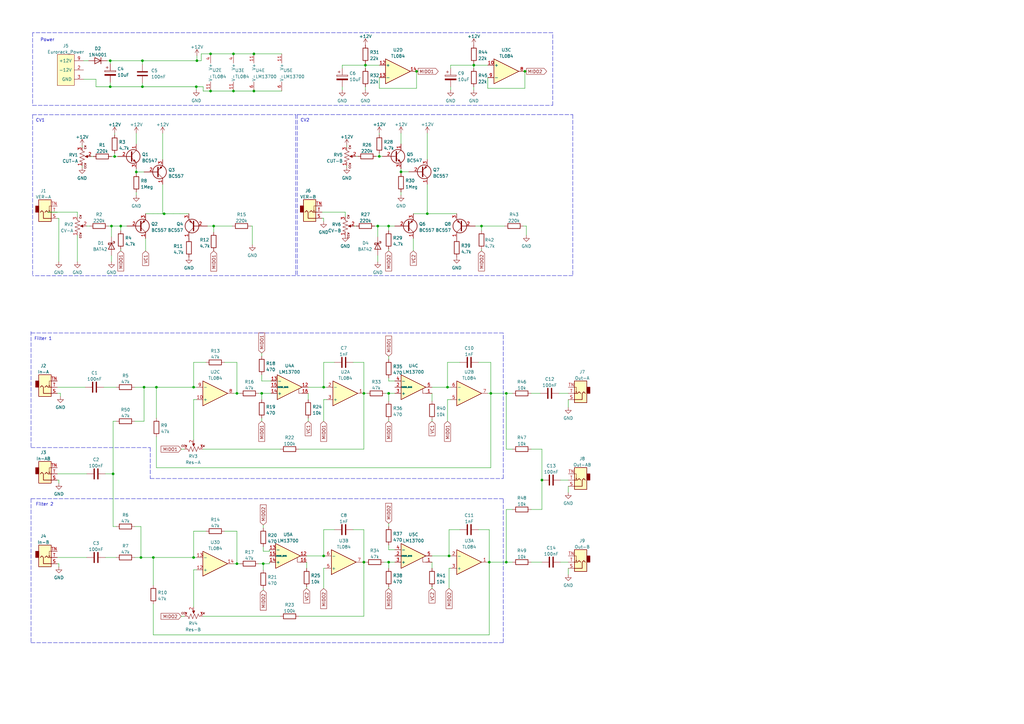
<source format=kicad_sch>
(kicad_sch (version 20211123) (generator eeschema)
  (paper "A3")
  (title_block (title "Duber Filter"))
  (junction (at 215.2904 29.2608))
  (junction (at 132.7404 158.8008))
  (junction (at 149.2504 230.5558))
  (junction (at 86.36 37.338))
  (junction (at 67.3354 87.6808))
  (junction (at 104.14 37.338))
  (junction (at 222.2754 196.9008))
  (junction (at 95.758 22.098))
  (junction (at 59.0804 158.8008))
  (junction (at 95.758 37.338))
  (junction (at 207.6704 230.5558))
  (junction (at 55.9054 70.5358))
  (junction (at 79.4004 158.8008))
  (junction (at 154.94 92.71))
  (junction (at 97.1804 231.1908))
  (junction (at 197.485 92.71))
  (junction (at 107.3404 161.3408))
  (junction (at 164.465 70.485))
  (junction (at 184.1754 228.0158))
  (junction (at 86.36 22.098))
  (junction (at 97.1804 161.3408))
  (junction (at 46.3804 194.3608))
  (junction (at 194.3354 26.7208))
  (junction (at 64.1604 158.8008))
  (junction (at 132.7404 228.0158))
  (junction (at 58.42 24.892))
  (junction (at 201.3204 161.3408))
  (junction (at 62.8904 228.6508))
  (junction (at 87.63 92.71))
  (junction (at 45.212 35.56))
  (junction (at 149.8854 26.7208))
  (junction (at 79.4004 228.6508))
  (junction (at 45.212 24.892))
  (junction (at 57.8104 228.6508))
  (junction (at 207.6704 161.3408))
  (junction (at 159.4104 230.5558))
  (junction (at 159.4104 161.3408))
  (junction (at 155.575 64.135))
  (junction (at 80.518 35.56))
  (junction (at 47.0154 64.1858))
  (junction (at 49.53 92.71))
  (junction (at 200.6854 230.5558))
  (junction (at 149.2504 161.3408))
  (junction (at 159.385 92.71))
  (junction (at 170.8404 29.2608))
  (junction (at 45.72 92.71))
  (junction (at 183.5404 158.8008))
  (junction (at 107.9754 231.1908))
  (junction (at 175.26 87.63))
  (junction (at 104.14 22.098))
  (junction (at 58.42 35.56))
  (junction (at 80.772 24.892))
  (polyline (pts (xy 121.92 46.99) (xy 121.92 113.03)))
  (wire (pts (xy 82.55 22.098) (xy 82.55 24.892)))
  (wire (pts (xy 110.5154 231.1908) (xy 110.5154 230.5558)))
  (wire (pts (xy 97.1804 161.3408) (xy 98.4504 161.3408)))
  (wire (pts (xy 55.2704 172.7708) (xy 59.0804 172.7708)))
  (wire (pts (xy 79.4004 233.7308) (xy 79.4004 248.9708)))
  (wire (pts (xy 45.212 24.892) (xy 58.42 24.892)))
  (wire (pts (xy 132.7404 228.0158) (xy 133.3754 228.0158)))
  (wire (pts (xy 55.2704 228.6508) (xy 57.8104 228.6508)))
  (wire (pts (xy 39.37 32.512) (xy 39.37 35.56)))
  (wire (pts (xy 24.7904 161.3408) (xy 23.5204 161.3408)))
  (wire (pts (xy 126.3904 171.5008) (xy 126.3904 172.7708)))
  (wire (pts (xy 83.312 37.338) (xy 83.312 35.56)))
  (wire (pts (xy 46.3804 215.9508) (xy 47.6504 215.9508)))
  (wire (pts (xy 67.3354 87.6808) (xy 66.7004 87.6808)))
  (wire (pts (xy 184.8104 35.6108) (xy 184.8104 36.8808)))
  (wire (pts (xy 158.1404 161.3408) (xy 159.4104 161.3408)))
  (wire (pts (xy 106.0704 231.1908) (xy 107.9754 231.1908)))
  (wire (pts (xy 86.36 37.338) (xy 95.758 37.338)))
  (wire (pts (xy 19.685 86.995) (xy 31.75 86.995)))
  (wire (pts (xy 229.8954 230.5558) (xy 233.0704 230.5558)))
  (wire (pts (xy 23.5204 194.3608) (xy 35.5854 194.3608)))
  (wire (pts (xy 140.3604 26.7208) (xy 149.8854 26.7208)))
  (wire (pts (xy 154.94 104.775) (xy 154.94 107.315)))
  (wire (pts (xy 45.212 35.56) (xy 58.42 35.56)))
  (wire (pts (xy 161.9504 156.2608) (xy 159.4104 156.2608)))
  (wire (pts (xy 95.758 37.338) (xy 104.14 37.338)))
  (wire (pts (xy 80.6704 233.7308) (xy 79.4004 233.7308)))
  (polyline (pts (xy 13.3604 47.0408) (xy 121.285 46.99)))
  (wire (pts (xy 79.4004 158.8008) (xy 64.1604 158.8008)))
  (wire (pts (xy 24.1554 89.5858) (xy 24.13 107.315)))
  (polyline (pts (xy 61.6204 196.2658) (xy 206.4004 196.2658)))
  (wire (pts (xy 215.2904 29.2608) (xy 215.9254 29.2608)))
  (wire (pts (xy 161.9504 225.4758) (xy 159.4104 225.4758)))
  (wire (pts (xy 24.1554 196.9008) (xy 24.1554 198.1708)))
  (wire (pts (xy 62.8904 260.4008) (xy 200.6854 260.4008)))
  (wire (pts (xy 184.8104 27.9908) (xy 184.8104 26.7208)))
  (wire (pts (xy 201.3204 161.3408) (xy 201.3204 191.8208)))
  (wire (pts (xy 31.75 107.315) (xy 31.75 96.52)))
  (wire (pts (xy 102.87 92.71) (xy 103.505 92.71)))
  (wire (pts (xy 107.9754 241.3508) (xy 107.9754 241.9858)))
  (wire (pts (xy 222.2754 196.9008) (xy 222.2754 208.9658)))
  (wire (pts (xy 46.3804 172.7708) (xy 47.6504 172.7708)))
  (wire (pts (xy 183.5404 163.8808) (xy 183.5404 172.7708)))
  (wire (pts (xy 125.7554 228.0158) (xy 132.7404 228.0158)))
  (wire (pts (xy 159.4104 172.1358) (xy 159.4104 172.7708)))
  (wire (pts (xy 44.45 92.71) (xy 45.72 92.71)))
  (wire (pts (xy 34.29 24.892) (xy 36.322 24.892)))
  (wire (pts (xy 149.2504 230.5558) (xy 149.8854 230.5558)))
  (wire (pts (xy 184.1754 217.2208) (xy 184.1754 228.0158)))
  (wire (pts (xy 83.312 37.338) (xy 86.36 37.338)))
  (wire (pts (xy 145.415 92.71) (xy 146.05 92.71)))
  (wire (pts (xy 49.53 102.235) (xy 49.53 102.87)))
  (wire (pts (xy 157.5054 230.5558) (xy 159.4104 230.5558)))
  (wire (pts (xy 197.485 92.71) (xy 197.485 94.615)))
  (wire (pts (xy 184.1754 233.0958) (xy 184.1754 241.3508)))
  (wire (pts (xy 62.8904 247.7008) (xy 62.8904 260.4008)))
  (wire (pts (xy 140.3604 27.9908) (xy 140.3604 26.7208)))
  (wire (pts (xy 132.08 86.995) (xy 141.605 86.995)))
  (wire (pts (xy 95.9104 161.3408) (xy 97.1804 161.3408)))
  (wire (pts (xy 42.5704 158.8008) (xy 47.6504 158.8008)))
  (wire (pts (xy 194.3354 26.7208) (xy 194.3354 27.9908)))
  (wire (pts (xy 79.4004 228.6508) (xy 62.8904 228.6508)))
  (wire (pts (xy 57.8104 228.6508) (xy 62.8904 228.6508)))
  (wire (pts (xy 23.5204 158.8008) (xy 34.9504 158.8008)))
  (wire (pts (xy 194.3354 35.6108) (xy 194.3354 36.8808)))
  (polyline (pts (xy 12.7254 263.5758) (xy 206.4004 263.5758)))
  (polyline (pts (xy 13.3604 47.0408) (xy 13.3604 113.0808)))
  (wire (pts (xy 95.9104 231.1908) (xy 97.1804 231.1908)))
  (wire (pts (xy 207.6704 161.3408) (xy 207.6704 184.2008)))
  (wire (pts (xy 149.8854 26.7208) (xy 149.8854 27.9908)))
  (wire (pts (xy 207.6704 208.9658) (xy 207.6704 230.5558)))
  (wire (pts (xy 154.94 92.71) (xy 159.385 92.71)))
  (wire (pts (xy 159.4104 214.6808) (xy 159.4104 215.9508)))
  (wire (pts (xy 84.4804 148.6408) (xy 79.4004 148.6408)))
  (wire (pts (xy 184.1754 228.0158) (xy 184.8104 228.0158)))
  (wire (pts (xy 229.2604 161.3408) (xy 233.0704 161.3408)))
  (wire (pts (xy 58.42 24.892) (xy 58.42 26.416)))
  (wire (pts (xy 97.1804 161.3408) (xy 97.1804 148.6408)))
  (wire (pts (xy 177.1904 228.0158) (xy 184.1754 228.0158)))
  (wire (pts (xy 159.4104 156.2608) (xy 159.4104 154.9908)))
  (wire (pts (xy 140.3604 35.6108) (xy 140.3604 36.8808)))
  (wire (pts (xy 79.4004 148.6408) (xy 79.4004 158.8008)))
  (wire (pts (xy 149.2504 161.3408) (xy 150.5204 161.3408)))
  (polyline (pts (xy 61.6204 183.5658) (xy 61.6204 196.2658)))
  (wire (pts (xy 159.4104 230.5558) (xy 161.9504 230.5558)))
  (wire (pts (xy 19.685 86.995) (xy 23.5204 87.0458)))
  (wire (pts (xy 177.1904 161.3408) (xy 177.1904 164.5158)))
  (wire (pts (xy 47.0154 64.1858) (xy 48.2854 64.1858)))
  (wire (pts (xy 64.1604 191.8208) (xy 201.3204 191.8208)))
  (wire (pts (xy 62.8904 228.6508) (xy 62.8904 240.0808)))
  (wire (pts (xy 35.56 92.71) (xy 36.83 92.71)))
  (wire (pts (xy 200.6854 217.2208) (xy 196.2404 217.2208)))
  (wire (pts (xy 233.0704 163.8808) (xy 233.0704 167.0558)))
  (wire (pts (xy 24.7904 162.6108) (xy 24.7904 161.3408)))
  (wire (pts (xy 175.26 75.565) (xy 175.26 87.63)))
  (wire (pts (xy 175.26 87.63) (xy 187.325 87.63)))
  (wire (pts (xy 74.3204 184.2008) (xy 75.5904 184.2008)))
  (wire (pts (xy 183.5404 158.8008) (xy 184.8104 158.8008)))
  (wire (pts (xy 58.42 35.56) (xy 80.518 35.56)))
  (wire (pts (xy 45.72 92.71) (xy 45.72 97.155)))
  (wire (pts (xy 188.6204 148.6408) (xy 183.5404 148.6408)))
  (wire (pts (xy 79.4004 158.8008) (xy 80.6704 158.8008)))
  (wire (pts (xy 132.08 89.535) (xy 132.715 89.535)))
  (wire (pts (xy 149.8854 35.6108) (xy 149.8854 36.8808)))
  (wire (pts (xy 155.575 62.865) (xy 155.575 64.135)))
  (wire (pts (xy 111.1504 156.2608) (xy 107.3404 156.2608)))
  (wire (pts (xy 106.0704 161.3408) (xy 107.3404 161.3408)))
  (polyline (pts (xy 12.7254 204.5208) (xy 12.7254 263.5758)))
  (wire (pts (xy 45.212 33.782) (xy 45.212 35.56)))
  (wire (pts (xy 200.6854 217.2208) (xy 200.6854 230.5558)))
  (polyline (pts (xy 206.4004 196.2658) (xy 206.4004 136.5758)))
  (wire (pts (xy 184.8104 163.8808) (xy 183.5404 163.8808)))
  (wire (pts (xy 133.3754 233.0958) (xy 132.7404 233.0958)))
  (wire (pts (xy 155.6004 31.8008) (xy 155.6004 36.2458)))
  (wire (pts (xy 47.0154 64.1858) (xy 45.7454 64.1858)))
  (wire (pts (xy 183.5404 148.6408) (xy 183.5404 158.8008)))
  (wire (pts (xy 122.5804 252.7808) (xy 149.2504 252.7808)))
  (wire (pts (xy 49.53 92.71) (xy 52.07 92.71)))
  (wire (pts (xy 132.7404 217.2208) (xy 132.7404 228.0158)))
  (wire (pts (xy 233.0704 233.0958) (xy 233.0704 235.6358)))
  (wire (pts (xy 132.7404 158.8008) (xy 134.0104 158.8008)))
  (wire (pts (xy 217.8304 230.5558) (xy 222.2754 230.5558)))
  (wire (pts (xy 200.6854 230.5558) (xy 207.6704 230.5558)))
  (wire (pts (xy 175.26 54.61) (xy 175.26 65.405)))
  (wire (pts (xy 104.14 22.098) (xy 115.57 22.098)))
  (wire (pts (xy 107.3404 171.5008) (xy 107.3404 172.7708)))
  (wire (pts (xy 184.8104 26.7208) (xy 194.3354 26.7208)))
  (wire (pts (xy 83.2104 252.7808) (xy 114.9604 252.7808)))
  (wire (pts (xy 200.0504 31.8008) (xy 200.0504 36.2458)))
  (wire (pts (xy 80.6704 163.8808) (xy 79.4004 163.8808)))
  (wire (pts (xy 154.94 92.71) (xy 154.94 97.155)))
  (wire (pts (xy 126.3904 158.8008) (xy 132.7404 158.8008)))
  (wire (pts (xy 58.42 34.036) (xy 58.42 35.56)))
  (wire (pts (xy 45.72 92.71) (xy 49.53 92.71)))
  (wire (pts (xy 215.2904 29.2608) (xy 215.2904 36.2458)))
  (wire (pts (xy 107.9754 215.3158) (xy 107.9754 216.5858)))
  (wire (pts (xy 59.69 97.79) (xy 59.7154 102.9208)))
  (wire (pts (xy 159.4104 240.7158) (xy 159.4104 241.3508)))
  (wire (pts (xy 55.9054 54.6608) (xy 55.9054 59.1058)))
  (wire (pts (xy 104.14 37.338) (xy 115.57 37.338)))
  (wire (pts (xy 125.7554 240.7158) (xy 125.7554 241.3508)))
  (wire (pts (xy 60.325 87.63) (xy 59.69 87.63)))
  (wire (pts (xy 43.2054 228.6508) (xy 47.6504 228.6508)))
  (wire (pts (xy 149.2504 252.7808) (xy 149.2504 230.5558)))
  (wire (pts (xy 74.3204 252.7808) (xy 75.5904 252.7808)))
  (wire (pts (xy 110.5154 226.1108) (xy 107.9754 226.1108)))
  (wire (pts (xy 80.518 35.56) (xy 83.312 35.56)))
  (wire (pts (xy 92.1004 148.6408) (xy 97.1804 148.6408)))
  (wire (pts (xy 57.8104 215.9508) (xy 57.8104 228.6508)))
  (wire (pts (xy 149.8854 26.0858) (xy 149.8854 26.7208)))
  (wire (pts (xy 169.545 87.63) (xy 175.26 87.63)))
  (wire (pts (xy 217.8304 184.2008) (xy 222.2754 184.2008)))
  (wire (pts (xy 222.2754 184.2008) (xy 222.2754 196.9008)))
  (wire (pts (xy 164.465 54.61) (xy 164.465 59.055)))
  (wire (pts (xy 33.6804 68.6308) (xy 33.6804 67.9958)))
  (wire (pts (xy 159.385 92.71) (xy 161.925 92.71)))
  (wire (pts (xy 207.6704 230.5558) (xy 210.2104 230.5558)))
  (wire (pts (xy 126.3904 161.3408) (xy 126.3904 163.8808)))
  (wire (pts (xy 31.75 88.9) (xy 31.75 86.995)))
  (wire (pts (xy 200.0504 161.3408) (xy 201.3204 161.3408)))
  (polyline (pts (xy 121.92 46.99) (xy 234.95 46.99)))
  (wire (pts (xy 217.8304 208.9658) (xy 222.2754 208.9658)))
  (polyline (pts (xy 12.7254 136.5758) (xy 206.4004 136.5758)))
  (wire (pts (xy 66.7004 75.6158) (xy 66.7004 87.6808)))
  (polyline (pts (xy 121.285 46.99) (xy 121.285 113.03)))
  (wire (pts (xy 55.2704 215.9508) (xy 57.8104 215.9508)))
  (wire (pts (xy 155.575 64.135) (xy 154.305 64.135)))
  (wire (pts (xy 77.47 97.79) (xy 77.4954 97.8408)))
  (wire (pts (xy 177.1904 230.5558) (xy 177.1904 233.0958)))
  (wire (pts (xy 132.7404 148.6408) (xy 132.7404 158.8008)))
  (wire (pts (xy 184.8104 233.0958) (xy 184.1754 233.0958)))
  (wire (pts (xy 59.0804 172.7708) (xy 59.0804 158.8008)))
  (wire (pts (xy 45.72 104.775) (xy 45.72 107.315)))
  (wire (pts (xy 79.4004 217.8558) (xy 79.4004 228.6508)))
  (wire (pts (xy 97.1804 231.1908) (xy 98.4504 231.1908)))
  (wire (pts (xy 229.8954 196.9008) (xy 233.0704 196.9008)))
  (wire (pts (xy 55.9054 69.2658) (xy 55.9054 70.5358)))
  (wire (pts (xy 43.942 24.892) (xy 45.212 24.892)))
  (wire (pts (xy 107.9754 233.7308) (xy 107.9754 231.1908)))
  (wire (pts (xy 137.1854 148.6408) (xy 132.7404 148.6408)))
  (wire (pts (xy 34.29 32.512) (xy 39.37 32.512)))
  (wire (pts (xy 194.3354 26.0858) (xy 194.3354 26.7208)))
  (wire (pts (xy 146.05 64.135) (xy 146.685 64.135)))
  (wire (pts (xy 132.7404 233.0958) (xy 132.7404 241.3508)))
  (wire (pts (xy 132.7404 163.8808) (xy 132.7404 172.7708)))
  (wire (pts (xy 82.55 24.892) (xy 80.772 24.892)))
  (polyline (pts (xy 13.3604 13.3858) (xy 13.3604 43.2308)))
  (wire (pts (xy 170.8404 29.2608) (xy 170.8404 36.2458)))
  (wire (pts (xy 134.0104 163.8808) (xy 132.7404 163.8808)))
  (wire (pts (xy 201.3204 161.3408) (xy 201.3204 148.6408)))
  (wire (pts (xy 188.6204 217.2208) (xy 184.1754 217.2208)))
  (wire (pts (xy 153.67 92.71) (xy 154.94 92.71)))
  (polyline (pts (xy 226.7204 13.3858) (xy 13.3604 13.3858)))
  (wire (pts (xy 233.0704 199.4408) (xy 233.0704 201.9808)))
  (wire (pts (xy 39.37 35.56) (xy 45.212 35.56)))
  (polyline (pts (xy 121.285 113.03) (xy 13.3604 113.0808)))
  (wire (pts (xy 60.325 87.63) (xy 67.3354 87.6808)))
  (wire (pts (xy 46.3804 194.3608) (xy 46.3804 172.7708)))
  (wire (pts (xy 47.0154 54.6608) (xy 47.0154 55.2958)))
  (wire (pts (xy 201.3204 161.3408) (xy 207.6704 161.3408)))
  (wire (pts (xy 23.5204 231.1908) (xy 24.1554 231.1908)))
  (wire (pts (xy 169.545 97.79) (xy 169.545 102.87)))
  (wire (pts (xy 214.63 92.71) (xy 215.9 92.71)))
  (wire (pts (xy 142.24 59.69) (xy 142.24 60.325)))
  (wire (pts (xy 110.5154 226.1108) (xy 110.5154 225.4758)))
  (wire (pts (xy 125.7554 230.5558) (xy 125.7554 233.0958)))
  (wire (pts (xy 67.3354 87.6808) (xy 77.47 87.63)))
  (wire (pts (xy 58.42 24.892) (xy 80.772 24.892)))
  (wire (pts (xy 87.63 92.71) (xy 87.63 95.25)))
  (wire (pts (xy 149.2504 217.2208) (xy 144.8054 217.2208)))
  (wire (pts (xy 132.715 89.535) (xy 132.715 90.805)))
  (polyline (pts (xy 234.95 46.99) (xy 234.95 113.03)))
  (wire (pts (xy 155.6004 36.2458) (xy 170.8404 36.2458)))
  (wire (pts (xy 149.2504 230.5558) (xy 149.2504 217.2208)))
  (wire (pts (xy 23.5204 89.5858) (xy 24.1554 89.5858)))
  (wire (pts (xy 122.5804 184.2008) (xy 149.2504 184.2008)))
  (wire (pts (xy 59.0804 158.8008) (xy 64.1604 158.8008)))
  (wire (pts (xy 55.9054 70.5358) (xy 55.9054 71.1708)))
  (polyline (pts (xy 226.7204 43.2308) (xy 226.7204 13.3858)))
  (wire (pts (xy 107.3404 144.8308) (xy 107.3404 146.1008)))
  (wire (pts (xy 177.1904 240.7158) (xy 177.1904 241.3508)))
  (polyline (pts (xy 206.4004 263.5758) (xy 206.4004 204.5208)))
  (wire (pts (xy 49.53 92.71) (xy 49.53 94.615)))
  (wire (pts (xy 215.9 92.71) (xy 215.9 96.52)))
  (wire (pts (xy 142.24 68.58) (xy 142.24 67.945)))
  (wire (pts (xy 155.575 64.135) (xy 156.845 64.135)))
  (wire (pts (xy 84.4804 217.8558) (xy 79.4004 217.8558)))
  (wire (pts (xy 210.2104 184.2008) (xy 207.6704 184.2008)))
  (wire (pts (xy 200.0504 230.5558) (xy 200.6854 230.5558)))
  (wire (pts (xy 159.4104 233.0958) (xy 159.4104 230.5558)))
  (wire (pts (xy 141.605 88.9) (xy 141.605 86.995)))
  (wire (pts (xy 159.4104 164.5158) (xy 159.4104 161.3408)))
  (wire (pts (xy 59.0804 70.5358) (xy 55.9054 70.5358)))
  (wire (pts (xy 159.4104 161.3408) (xy 161.9504 161.3408)))
  (polyline (pts (xy 12.7254 183.5658) (xy 61.6204 183.5658)))
  (wire (pts (xy 149.2504 161.3408) (xy 149.2504 148.6408)))
  (wire (pts (xy 164.465 69.215) (xy 164.465 70.485)))
  (wire (pts (xy 210.2104 208.9658) (xy 207.6704 208.9658)))
  (polyline (pts (xy 234.95 113.03) (xy 121.92 113.03)))
  (wire (pts (xy 149.2504 184.2008) (xy 149.2504 161.3408)))
  (wire (pts (xy 159.4104 146.1008) (xy 159.4104 147.3708)))
  (wire (pts (xy 107.3404 156.2608) (xy 107.3404 153.7208)))
  (wire (pts (xy 95.758 22.098) (xy 104.14 22.098)))
  (wire (pts (xy 43.2054 194.3608) (xy 46.3804 194.3608)))
  (wire (pts (xy 201.3204 148.6408) (xy 196.2404 148.6408)))
  (wire (pts (xy 80.772 24.892) (xy 80.772 22.86)))
  (wire (pts (xy 177.1904 172.1358) (xy 177.1904 172.7708)))
  (wire (pts (xy 159.385 92.71) (xy 159.385 94.615)))
  (wire (pts (xy 167.64 70.485) (xy 164.465 70.485)))
  (wire (pts (xy 37.4904 64.1858) (xy 38.1254 64.1858)))
  (wire (pts (xy 85.09 92.71) (xy 87.63 92.71)))
  (wire (pts (xy 64.1604 179.1208) (xy 64.1604 191.8208)))
  (wire (pts (xy 155.575 54.61) (xy 155.575 55.245)))
  (wire (pts (xy 107.3404 161.3408) (xy 111.1504 161.3408)))
  (wire (pts (xy 103.505 92.71) (xy 103.505 100.33)))
  (wire (pts (xy 155.6004 26.7208) (xy 149.8854 26.7208)))
  (wire (pts (xy 46.3804 194.3608) (xy 46.3804 215.9508)))
  (wire (pts (xy 194.945 92.71) (xy 197.485 92.71)))
  (wire (pts (xy 55.2704 158.8008) (xy 59.0804 158.8008)))
  (wire (pts (xy 87.63 102.87) (xy 87.6554 102.9208)))
  (wire (pts (xy 200.0504 26.7208) (xy 194.3354 26.7208)))
  (wire (pts (xy 24.1554 231.1908) (xy 24.1554 232.4608)))
  (wire (pts (xy 200.0504 36.2458) (xy 215.2904 36.2458)))
  (polyline (pts (xy 12.7254 135.9408) (xy 12.7254 183.5658)))
  (wire (pts (xy 164.465 70.485) (xy 164.465 71.12)))
  (wire (pts (xy 148.6154 230.5558) (xy 149.2504 230.5558)))
  (wire (pts (xy 23.5204 228.6508) (xy 35.5854 228.6508)))
  (wire (pts (xy 217.8304 161.3408) (xy 221.6404 161.3408)))
  (wire (pts (xy 23.5204 196.9008) (xy 24.1554 196.9008)))
  (wire (pts (xy 87.63 92.71) (xy 95.25 92.71)))
  (wire (pts (xy 66.7004 54.6608) (xy 66.7004 65.4558)))
  (wire (pts (xy 92.1004 217.8558) (xy 97.1804 217.8558)))
  (wire (pts (xy 170.8404 29.2608) (xy 171.4754 29.2608)))
  (wire (pts (xy 64.1604 158.8008) (xy 64.1604 171.5008)))
  (wire (pts (xy 197.485 92.71) (xy 207.01 92.71)))
  (wire (pts (xy 159.385 102.235) (xy 159.385 102.87)))
  (wire (pts (xy 200.6854 260.4008) (xy 200.6854 230.5558)))
  (wire (pts (xy 97.1804 231.1908) (xy 97.1804 217.8558)))
  (wire (pts (xy 159.4104 223.5708) (xy 159.4104 225.4758)))
  (wire (pts (xy 79.4004 163.8808) (xy 79.4004 180.3908)))
  (wire (pts (xy 207.6704 161.3408) (xy 210.2104 161.3408)))
  (wire (pts (xy 79.4004 228.6508) (xy 80.6704 228.6508)))
  (wire (pts (xy 197.485 102.235) (xy 197.485 102.87)))
  (wire (pts (xy 107.9754 224.2058) (xy 107.9754 226.1108)))
  (polyline (pts (xy 13.3604 43.2308) (xy 226.7204 43.2308)))
  (wire (pts (xy 80.518 35.56) (xy 80.518 36.83)))
  (wire (pts (xy 33.6804 59.7408) (xy 33.6804 60.3758)))
  (wire (pts (xy 45.212 24.892) (xy 45.212 26.162)))
  (wire (pts (xy 55.9054 78.7908) (xy 55.9054 80.0608)))
  (wire (pts (xy 164.465 78.74) (xy 164.465 80.01)))
  (wire (pts (xy 177.1904 158.8008) (xy 183.5404 158.8008)))
  (wire (pts (xy 86.36 22.098) (xy 95.758 22.098)))
  (polyline (pts (xy 12.7254 204.5208) (xy 206.4004 204.5208)))
  (wire (pts (xy 107.3404 163.8808) (xy 107.3404 161.3408)))
  (wire (pts (xy 86.36 22.098) (xy 82.55 22.098)))
  (wire (pts (xy 83.2104 184.2008) (xy 114.9604 184.2008)))
  (wire (pts (xy 137.1854 217.2208) (xy 132.7404 217.2208)))
  (wire (pts (xy 47.0154 62.9158) (xy 47.0154 64.1858)))
  (wire (pts (xy 107.9754 231.1908) (xy 110.5154 231.1908)))
  (wire (pts (xy 149.2504 148.6408) (xy 144.8054 148.6408)))
  (text "CV1" (at 14.6304 50.2158 0) (effects (font (size 1.27 1.27)) (justify left bottom)))
  (text "Filter 2" (at 14.6304 207.6958 0) (effects (font (size 1.27 1.27)) (justify left bottom)))
  (text "Power" (at 16.5354 17.1958 0) (effects (font (size 1.27 1.27)) (justify left bottom)))
  (text "Filter 1" (at 13.9954 139.7508 0) (effects (font (size 1.27 1.27)) (justify left bottom)))
  (text "CV2" (at 123.19 50.165 0) (effects (font (size 1.27 1.27)) (justify left bottom)))
  (global_label "VC1" (shape input) (at 59.7154 102.9208 270) (property "Intersheet References" "${INTERSHEET_REFS}" (effects hide)))
  (global_label "MIDO1" (shape input) (at 87.6554 102.9208 270) (property "Intersheet References" "${INTERSHEET_REFS}" (effects hide)))
  (global_label "VC1" (shape input) (at 177.1904 172.7708 270) (property "Intersheet References" "${INTERSHEET_REFS}" (effects hide)))
  (global_label "MIDO2" (shape input) (at 132.7404 241.3508 270) (property "Intersheet References" "${INTERSHEET_REFS}" (effects hide)))
  (global_label "MIDO2" (shape input) (at 74.3204 252.7808 180) (property "Intersheet References" "${INTERSHEET_REFS}" (effects hide)))
  (global_label "MIDO2" (shape input) (at 197.485 102.87 270) (property "Intersheet References" "${INTERSHEET_REFS}" (effects hide)))
  (global_label "MIDO2" (shape input) (at 107.9754 215.3158 90) (property "Intersheet References" "${INTERSHEET_REFS}" (effects hide)))
  (global_label "MIDO2" (shape input) (at 159.4104 214.6808 90) (property "Intersheet References" "${INTERSHEET_REFS}" (effects hide)))
  (global_label "MIDO1" (shape input) (at 159.4104 172.7708 270) (property "Intersheet References" "${INTERSHEET_REFS}" (effects hide)))
  (global_label "MIDO2" (shape input) (at 184.1754 241.3508 270) (property "Intersheet References" "${INTERSHEET_REFS}" (effects hide)))
  (global_label "MIDO1" (shape input) (at 107.3404 172.7708 270) (property "Intersheet References" "${INTERSHEET_REFS}" (effects hide)))
  (global_label "MIDO2" (shape output) (at 215.9254 29.2608 0) (property "Intersheet References" "${INTERSHEET_REFS}" (effects hide)))
  (global_label "MIDO2" (shape input) (at 159.4104 241.3508 270) (property "Intersheet References" "${INTERSHEET_REFS}" (effects hide)))
  (global_label "MIDO1" (shape input) (at 132.7404 172.7708 270) (property "Intersheet References" "${INTERSHEET_REFS}" (effects hide)))
  (global_label "VC2" (shape input) (at 177.1904 241.3508 270) (property "Intersheet References" "${INTERSHEET_REFS}" (effects hide)))
  (global_label "MIDO1" (shape input) (at 159.4104 146.1008 90) (property "Intersheet References" "${INTERSHEET_REFS}" (effects hide)))
  (global_label "MIDO1" (shape input) (at 183.5404 172.7708 270) (property "Intersheet References" "${INTERSHEET_REFS}" (effects hide)))
  (global_label "MIDO1" (shape input) (at 107.3404 144.8308 90) (property "Intersheet References" "${INTERSHEET_REFS}" (effects hide)))
  (global_label "MIDO2" (shape input) (at 107.9754 241.9858 270) (property "Intersheet References" "${INTERSHEET_REFS}" (effects hide)))
  (global_label "MIDO1" (shape output) (at 171.4754 29.2608 0) (property "Intersheet References" "${INTERSHEET_REFS}" (effects hide)))
  (global_label "MIDO2" (shape input) (at 159.385 102.87 270) (property "Intersheet References" "${INTERSHEET_REFS}" (effects hide)))
  (global_label "VC2" (shape input) (at 169.545 102.87 270) (property "Intersheet References" "${INTERSHEET_REFS}" (effects hide)))
  (global_label "VC1" (shape input) (at 126.3904 172.7708 270) (property "Intersheet References" "${INTERSHEET_REFS}" (effects hide)))
  (global_label "MIDO1" (shape input) (at 49.53 102.87 270) (property "Intersheet References" "${INTERSHEET_REFS}" (effects hide)))
  (global_label "VC2" (shape input) (at 125.7554 241.3508 270) (property "Intersheet References" "${INTERSHEET_REFS}" (effects hide)))
  (global_label "MIDO1" (shape input) (at 74.3204 184.2008 180) (property "Intersheet References" "${INTERSHEET_REFS}" (effects hide)))
  (symbol (lib_id "power:GND") (at 77.4954 105.4608 0) (unit 1)
    (property "Reference" "#PWR014" (effects hide))
    (property "Value" "GND" (at 77.4954 109.9042 0))
  )
  (symbol (lib_id "Amplifier_Operational:LM13700") (at 169.5704 228.0158 0) (unit 3)
    (property "Reference" "U5" (at 169.5704 219.236 0))
    (property "Value" "LM13700" (at 169.5704 221.7729 0))
    (property "Footprint" "Package_DIP:DIP-16_W7.62mm_Socket" (effects hide))
    (property "Datasheet" "http://www.ti.com/lit/ds/symlink/lm13700.pdf" (effects hide))
  )
  (symbol (lib_id "power:+12V") (at 33.6804 59.7408 0) (unit 1)
    (property "Reference" "#PWR0104" (effects hide))
    (property "Value" "+12V" (at 33.6804 56.1848 0))
  )
  (symbol (lib_id "Device:C") (at 39.3954 194.3608 90) (unit 1)
    (property "Reference" "C2" (at 39.3954 188.502 90))
    (property "Value" "100nF" (at 39.3954 191.0389 90))
    (property "Footprint" "Capacitor_THT:C_Axial_L3.8mm_D2.6mm_P7.50mm_Horizontal" (effects hide))
  )
  (symbol (lib_id "Device:R") (at 99.06 92.71 90) (unit 1)
    (property "Reference" "R15" (at 99.06 87.9942 90))
    (property "Value" "220k" (at 99.06 90.5311 90))
    (property "Footprint" "Resistor_THT:R_Axial_DIN0204_L3.6mm_D1.6mm_P7.62mm_Horizontal" (effects hide))
  )
  (symbol (lib_id "Device:C") (at 38.7604 158.8008 90) (unit 1)
    (property "Reference" "C1" (at 38.7604 152.942 90))
    (property "Value" "100nF" (at 38.7604 155.4789 90))
    (property "Footprint" "Capacitor_THT:C_Axial_L3.8mm_D2.6mm_P7.50mm_Horizontal" (effects hide))
  )
  (symbol (lib_id "power:GND") (at 55.9054 80.0608 0) (unit 1)
    (property "Reference" "#PWR012" (effects hide))
    (property "Value" "GND" (at 55.9054 84.5042 0))
  )
  (symbol (lib_id "Device:R") (at 210.82 92.71 90) (unit 1)
    (property "Reference" "R43" (at 210.82 87.9942 90))
    (property "Value" "220k" (at 210.82 90.5311 90))
    (property "Footprint" "Resistor_THT:R_Axial_DIN0204_L3.6mm_D1.6mm_P7.62mm_Horizontal" (effects hide))
  )
  (symbol (lib_id "power:GND") (at 24.7904 162.6108 0) (unit 1)
    (property "Reference" "#PWR03" (effects hide))
    (property "Value" "GND" (at 24.7904 167.0542 0))
  )
  (symbol (lib_id "Device:R") (at 118.7704 252.7808 90) (unit 1)
    (property "Reference" "R23" (at 118.7704 248.065 90))
    (property "Value" "100k" (at 118.7704 250.6019 90))
    (property "Footprint" "Resistor_THT:R_Axial_DIN0204_L3.6mm_D1.6mm_P7.62mm_Horizontal" (effects hide))
  )
  (symbol (lib_id "Diode:1N4001") (at 40.132 24.892 180) (unit 1)
    (property "Reference" "D2" (at 40.132 19.9222 0))
    (property "Value" "1N4001" (at 40.132 22.4591 0))
    (property "Footprint" "Diode_THT:D_DO-41_SOD81_P10.16mm_Horizontal" (effects hide))
    (property "Datasheet" "http://www.vishay.com/docs/88503/1n4001.pdf" (effects hide))
  )
  (symbol (lib_id "Device:R") (at 47.0154 59.1058 180) (unit 1)
    (property "Reference" "R3" (at 48.7934 58.2711 0) (effects (justify right)))
    (property "Value" "4.7k" (at 48.7934 60.808 0) (effects (justify right)))
    (property "Footprint" "Resistor_THT:R_Axial_DIN0204_L3.6mm_D1.6mm_P7.62mm_Horizontal" (effects hide))
  )
  (symbol (lib_id "Device:R") (at 107.9754 237.5408 0) (unit 1)
    (property "Reference" "R21" (at 109.7534 236.7061 0) (effects (justify left)))
    (property "Value" "470" (at 109.7534 239.243 0) (effects (justify left)))
    (property "Footprint" "Resistor_THT:R_Axial_DIN0204_L3.6mm_D1.6mm_P7.62mm_Horizontal" (effects hide))
  )
  (symbol (lib_id "power:GND") (at 233.0704 235.6358 0) (mirror y) (unit 1)
    (property "Reference" "#PWR038" (effects hide))
    (property "Value" "GND" (at 233.0704 240.0792 0))
  )
  (symbol (lib_id "power:GND") (at 215.9 96.52 0) (unit 1)
    (property "Reference" "#PWR0113" (effects hide))
    (property "Value" "GND" (at 215.9 100.9634 0))
  )
  (symbol (lib_id "power:GND") (at 24.1554 232.4608 0) (unit 1)
    (property "Reference" "#PWR05" (effects hide))
    (property "Value" "GND" (at 24.1554 236.9042 0))
  )
  (symbol (lib_id "Device:R") (at 155.575 59.055 180) (unit 1)
    (property "Reference" "R28" (at 157.353 58.2203 0) (effects (justify right)))
    (property "Value" "4.7k" (at 157.353 60.7572 0) (effects (justify right)))
    (property "Footprint" "Resistor_THT:R_Axial_DIN0204_L3.6mm_D1.6mm_P7.62mm_Horizontal" (effects hide))
  )
  (symbol (lib_id "winterbloom:Eurorack_Mono_Jack") (at 18.4404 85.7758 0) (mirror y) (unit 1)
    (property "Reference" "J1" (at 17.8054 78.266 0))
    (property "Value" "VER-A" (at 17.8054 80.8029 0))
    (property "Footprint" "winterbloom:AudioJack_WQP518MA" (effects hide))
    (property "Datasheet" "http://www.qingpu-electronics.com/en/products/WQP-PJ398SM-362.html" (effects hide))
    (property "MPN" "WQP-WQP518MA" (effects hide))
  )
  (symbol (lib_id "Device:R") (at 55.9054 74.9808 180) (unit 1)
    (property "Reference" "R8" (at 57.6834 74.1461 0) (effects (justify right)))
    (property "Value" "1Meg" (at 57.6834 76.683 0) (effects (justify right)))
    (property "Footprint" "Resistor_THT:R_Axial_DIN0204_L3.6mm_D1.6mm_P7.62mm_Horizontal" (effects hide))
  )
  (symbol (lib_id "Diode:BAT42") (at 45.72 100.965 270) (unit 1)
    (property "Reference" "D1" (at 40.005 99.695 90) (effects (justify left)))
    (property "Value" "BAT42" (at 38.1 102.235 90) (effects (justify left)))
    (property "Footprint" "Diode_THT:D_DO-35_SOD27_P7.62mm_Horizontal" (effects hide))
    (property "Datasheet" "http://www.vishay.com/docs/85660/bat42.pdf" (effects hide))
  )
  (symbol (lib_id "power:GND") (at 45.72 107.315 0) (unit 1)
    (property "Reference" "#PWR01" (effects hide))
    (property "Value" "GND" (at 45.72 111.7584 0))
  )
  (symbol (lib_id "Device:R") (at 125.7554 236.9058 0) (unit 1)
    (property "Reference" "R25" (at 127.5334 236.0711 0) (effects (justify left)))
    (property "Value" "10k" (at 127.5334 238.608 0) (effects (justify left)))
    (property "Footprint" "Resistor_THT:R_Axial_DIN0204_L3.6mm_D1.6mm_P7.62mm_Horizontal" (effects hide))
  )
  (symbol (lib_id "power:GND") (at 194.3354 36.8808 0) (unit 1)
    (property "Reference" "#PWR035" (effects hide))
    (property "Value" "GND" (at 194.3354 41.3242 0))
  )
  (symbol (lib_id "Transistor_BJT:BC557") (at 57.15 92.71 0) (mirror x) (unit 1)
    (property "Reference" "Q2" (at 62.0014 91.8753 0) (effects (justify left)))
    (property "Value" "BC557" (at 62.0014 94.4122 0) (effects (justify left)))
    (property "Footprint" "Package_TO_SOT_THT:TO-92_Inline" (effects hide))
    (property "Datasheet" "https://www.onsemi.com/pub/Collateral/BC556BTA-D.pdf" (effects hide))
  )
  (symbol (lib_id "Device:R") (at 159.4104 219.7608 0) (unit 1)
    (property "Reference" "R37" (at 161.1884 218.9261 0) (effects (justify left)))
    (property "Value" "470" (at 161.1884 221.463 0) (effects (justify left)))
    (property "Footprint" "Resistor_THT:R_Axial_DIN0204_L3.6mm_D1.6mm_P7.62mm_Horizontal" (effects hide))
  )
  (symbol (lib_id "Device:R") (at 49.53 98.425 180) (unit 1)
    (property "Reference" "R4" (at 51.308 97.5903 0) (effects (justify right)))
    (property "Value" "4.7k" (at 51.308 100.1272 0) (effects (justify right)))
    (property "Footprint" "Resistor_THT:R_Axial_DIN0204_L3.6mm_D1.6mm_P7.62mm_Horizontal" (effects hide))
  )
  (symbol (lib_id "Device:C_Polarized") (at 140.3604 31.8008 0) (unit 1)
    (property "Reference" "C6" (at 143.2814 30.0771 0) (effects (justify left)))
    (property "Value" "10uF" (at 143.2814 32.614 0) (effects (justify left)))
    (property "Footprint" "Capacitor_THT:CP_Radial_D5.0mm_P2.50mm" (effects hide))
  )
  (symbol (lib_id "power:GND") (at 141.605 96.52 0) (unit 1)
    (property "Reference" "#PWR023" (effects hide))
    (property "Value" "GND" (at 141.605 100.9634 0))
  )
  (symbol (lib_id "Amplifier_Operational:TL084") (at 207.6704 29.2608 0) (unit 3)
    (property "Reference" "U3" (at 207.6704 20.481 0))
    (property "Value" "TL084" (at 207.6704 23.0179 0))
    (property "Footprint" "Package_DIP:DIP-14_W7.62mm_Socket" (effects hide))
    (property "Datasheet" "http://www.ti.com/lit/ds/symlink/tl081.pdf" (effects hide))
  )
  (symbol (lib_id "Device:R") (at 150.495 64.135 90) (unit 1)
    (property "Reference" "R26" (at 150.495 59.4192 90))
    (property "Value" "220k" (at 150.495 61.9561 90))
    (property "Footprint" "Resistor_THT:R_Axial_DIN0204_L3.6mm_D1.6mm_P7.62mm_Horizontal" (effects hide))
  )
  (symbol (lib_id "Device:C") (at 226.0854 196.9008 90) (unit 1)
    (property "Reference" "C13" (at 226.0854 191.042 90))
    (property "Value" "100nF" (at 226.0854 193.5789 90))
    (property "Footprint" "Capacitor_THT:C_Axial_L3.8mm_D2.6mm_P7.50mm_Horizontal" (effects hide))
  )
  (symbol (lib_id "Device:R") (at 149.86 92.71 90) (unit 1)
    (property "Reference" "R27" (at 149.86 87.9942 90))
    (property "Value" "220k" (at 149.86 90.5311 90))
    (property "Footprint" "Resistor_THT:R_Axial_DIN0204_L3.6mm_D1.6mm_P7.62mm_Horizontal" (effects hide))
  )
  (symbol (lib_id "Device:R") (at 64.1604 175.3108 0) (unit 1)
    (property "Reference" "R9" (at 65.9384 174.4761 0) (effects (justify left)))
    (property "Value" "47k" (at 65.9384 177.013 0) (effects (justify left)))
    (property "Footprint" "Resistor_THT:R_Axial_DIN0204_L3.6mm_D1.6mm_P7.62mm_Horizontal" (effects hide))
  )
  (symbol (lib_id "Device:R") (at 40.64 92.71 90) (unit 1)
    (property "Reference" "R2" (at 40.64 87.9942 90))
    (property "Value" "220k" (at 40.64 90.5311 90))
    (property "Footprint" "Resistor_THT:R_Axial_DIN0204_L3.6mm_D1.6mm_P7.62mm_Horizontal" (effects hide))
  )
  (symbol (lib_id "Device:R") (at 118.7704 184.2008 90) (unit 1)
    (property "Reference" "R22" (at 118.7704 179.485 90))
    (property "Value" "100k" (at 118.7704 182.0219 90))
    (property "Footprint" "Resistor_THT:R_Axial_DIN0204_L3.6mm_D1.6mm_P7.62mm_Horizontal" (effects hide))
  )
  (symbol (lib_id "Device:R") (at 214.0204 230.5558 270) (unit 1)
    (property "Reference" "R49" (at 214.0204 225.84 90))
    (property "Value" "10k" (at 214.0204 228.3769 90))
    (property "Footprint" "Resistor_THT:R_Axial_DIN0204_L3.6mm_D1.6mm_P7.62mm_Horizontal" (effects hide))
  )
  (symbol (lib_id "Device:C") (at 58.42 30.226 180) (unit 1)
    (property "Reference" "C5" (at 61.976 28.9559 0) (effects (justify right)))
    (property "Value" "100nF" (at 61.976 31.4959 0) (effects (justify right)))
    (property "Footprint" "Capacitor_THT:C_Disc_D5.0mm_W2.5mm_P2.50mm" (effects hide))
  )
  (symbol (lib_id "power:GND") (at 187.325 105.41 0) (unit 1)
    (property "Reference" "#PWR031" (effects hide))
    (property "Value" "GND" (at 187.325 109.8534 0))
  )
  (symbol (lib_id "Device:R") (at 159.4104 168.3258 0) (unit 1)
    (property "Reference" "R36" (at 161.1884 167.4911 0) (effects (justify left)))
    (property "Value" "470" (at 161.1884 170.028 0) (effects (justify left)))
    (property "Footprint" "Resistor_THT:R_Axial_DIN0204_L3.6mm_D1.6mm_P7.62mm_Horizontal" (effects hide))
  )
  (symbol (lib_id "Device:R") (at 177.1904 168.3258 0) (unit 1)
    (property "Reference" "R40" (at 178.9684 167.4911 0) (effects (justify left)))
    (property "Value" "10k" (at 178.9684 170.028 0) (effects (justify left)))
    (property "Footprint" "Resistor_THT:R_Axial_DIN0204_L3.6mm_D1.6mm_P7.62mm_Horizontal" (effects hide))
  )
  (symbol (lib_id "Amplifier_Operational:TL084") (at 88.2904 231.1908 0) (mirror x) (unit 4)
    (property "Reference" "U3" (at 88.2904 222.411 0))
    (property "Value" "TL084" (at 88.2904 224.9479 0))
    (property "Footprint" "Package_DIP:DIP-14_W7.62mm_Socket" (effects hide))
    (property "Datasheet" "http://www.ti.com/lit/ds/symlink/tl081.pdf" (effects hide))
  )
  (symbol (lib_id "winterbloom:Eurorack_Mono_Jack") (at 238.1504 229.2858 0) (unit 1)
    (property "Reference" "J9" (at 238.7854 221.776 0))
    (property "Value" "Out-B" (at 238.7854 224.3129 0))
    (property "Footprint" "winterbloom:AudioJack_WQP518MA" (effects hide))
    (property "Datasheet" "http://www.qingpu-electronics.com/en/products/WQP-PJ398SM-362.html" (effects hide))
    (property "MPN" "WQP-WQP518MA" (effects hide))
  )
  (symbol (lib_id "power:+12V") (at 149.8854 18.4658 0) (unit 1)
    (property "Reference" "#PWR0111" (effects hide))
    (property "Value" "+12V" (at 149.8854 14.9098 0))
  )
  (symbol (lib_id "power:GND") (at 184.8104 36.8808 0) (unit 1)
    (property "Reference" "#PWR032" (effects hide))
    (property "Value" "GND" (at 184.8104 41.3242 0))
  )
  (symbol (lib_id "Device:R") (at 153.6954 230.5558 270) (unit 1)
    (property "Reference" "R34" (at 153.6954 225.84 90))
    (property "Value" "47k" (at 153.6954 228.3769 90))
    (property "Footprint" "Resistor_THT:R_Axial_DIN0204_L3.6mm_D1.6mm_P7.62mm_Horizontal" (effects hide))
  )
  (symbol (lib_id "Device:R") (at 154.3304 161.3408 270) (unit 1)
    (property "Reference" "R33" (at 154.3304 156.625 90))
    (property "Value" "47k" (at 154.3304 159.1619 90))
    (property "Footprint" "Resistor_THT:R_Axial_DIN0204_L3.6mm_D1.6mm_P7.62mm_Horizontal" (effects hide))
  )
  (symbol (lib_id "Device:R") (at 88.2904 148.6408 270) (unit 1)
    (property "Reference" "R13" (at 88.2904 143.925 90))
    (property "Value" "47k" (at 88.2904 146.4619 90))
    (property "Footprint" "Resistor_THT:R_Axial_DIN0204_L3.6mm_D1.6mm_P7.62mm_Horizontal" (effects hide))
  )
  (symbol (lib_id "Device:R") (at 51.4604 215.9508 90) (unit 1)
    (property "Reference" "R6" (at 51.4604 211.235 90))
    (property "Value" "47k" (at 51.4604 213.7719 90))
    (property "Footprint" "Resistor_THT:R_Axial_DIN0204_L3.6mm_D1.6mm_P7.62mm_Horizontal" (effects hide))
  )
  (symbol (lib_id "power:GND") (at 233.0704 201.9808 0) (mirror y) (unit 1)
    (property "Reference" "#PWR037" (effects hide))
    (property "Value" "GND" (at 233.0704 206.4242 0))
  )
  (symbol (lib_id "Amplifier_Operational:TL084") (at 163.2204 29.2608 0) (unit 4)
    (property "Reference" "U2" (at 163.2204 20.481 0))
    (property "Value" "TL084" (at 163.2204 23.0179 0))
    (property "Footprint" "Package_DIP:DIP-14_W7.62mm_Socket" (effects hide))
    (property "Datasheet" "http://www.ti.com/lit/ds/symlink/tl081.pdf" (effects hide))
  )
  (symbol (lib_id "Device:C") (at 140.9954 217.2208 90) (unit 1)
    (property "Reference" "C8" (at 140.9954 211.362 90))
    (property "Value" "1nF" (at 140.9954 213.8989 90))
    (property "Footprint" "Capacitor_THT:C_Disc_D5.0mm_W2.5mm_P5.00mm" (effects hide))
  )
  (symbol (lib_id "Amplifier_Operational:LM13700") (at 106.68 29.718 0) (unit 5)
    (property "Reference" "U4" (at 104.775 28.8833 0) (effects (justify left)))
    (property "Value" "LM13700" (at 104.775 31.4202 0) (effects (justify left)))
    (property "Footprint" "Package_DIP:DIP-16_W7.62mm_Socket" (effects hide))
    (property "Datasheet" "http://www.ti.com/lit/ds/symlink/lm13700.pdf" (effects hide))
  )
  (symbol (lib_id "power:+12V") (at 155.575 54.61 0) (unit 1)
    (property "Reference" "#PWR0106" (effects hide))
    (property "Value" "+12V" (at 155.575 51.054 0))
  )
  (symbol (lib_id "Diode:BAT42") (at 154.94 100.965 270) (unit 1)
    (property "Reference" "D4" (at 148.59 99.695 90) (effects (justify left)))
    (property "Value" "BAT42" (at 146.685 102.235 90) (effects (justify left)))
    (property "Footprint" "Diode_THT:D_DO-35_SOD27_P7.62mm_Horizontal" (effects hide))
    (property "Datasheet" "http://www.vishay.com/docs/85660/bat42.pdf" (effects hide))
  )
  (symbol (lib_id "Transistor_BJT:BC557") (at 172.72 70.485 0) (mirror x) (unit 1)
    (property "Reference" "Q7" (at 177.5714 69.6503 0) (effects (justify left)))
    (property "Value" "BC557" (at 177.5714 72.1872 0) (effects (justify left)))
    (property "Footprint" "Package_TO_SOT_THT:TO-92_Inline" (effects hide))
    (property "Datasheet" "https://www.onsemi.com/pub/Collateral/BC556BTA-D.pdf" (effects hide))
  )
  (symbol (lib_id "Device:R") (at 87.63 99.06 180) (unit 1)
    (property "Reference" "R12" (at 81.8896 98.3742 0) (effects (justify right)))
    (property "Value" "4.7k" (at 81.8896 100.9142 0) (effects (justify right)))
    (property "Footprint" "Resistor_THT:R_Axial_DIN0204_L3.6mm_D1.6mm_P7.62mm_Horizontal" (effects hide))
  )
  (symbol (lib_id "winterbloom:Eurorack_Pot") (at 33.6804 64.1858 90) (unit 1)
    (property "Reference" "RV1" (at 32.0294 63.5416 90) (effects (justify left)))
    (property "Value" "CUT-A" (at 32.0294 66.0785 90) (effects (justify left)))
    (property "Footprint" "winterbloom:Potentiometer_Alpha_R0904N" (effects hide))
    (property "Datasheet" "https://s3.us-west-2.amazonaws.com/secure.notion-static.com/c2e29654-9937-4f21-ad37-19aeb30b6cf7/R0904N%28KQ%29-LWS.pdf?X-Amz-Algorithm=AWS4-HMAC-SHA256&X-Amz-Credential=AKIAT73L2G45O3KS52Y5%2F20210212%2Fus-west-2%2Fs3%2Faws4_request&X-Amz-Date=20210212T061200Z&X-Amz-Expires=86400&X-Amz-Signature=79cad3de6b24b7023aa449b148ed3570970ec3161da0e13127712a5cd74fcd34&X-Amz-SignedHeaders=host&response-content-disposition=filename%20%3D%22R0904N%28KQ%29-LWS.pdf%22" (effects hide))
    (property "MPN" "R0904N-???? L-25KQ/LWS" (effects hide))
  )
  (symbol (lib_id "Amplifier_Operational:TL084") (at 88.2904 161.3408 0) (mirror x) (unit 3)
    (property "Reference" "U2" (at 88.2904 152.561 0))
    (property "Value" "TL084" (at 88.2904 155.0979 0))
    (property "Footprint" "Package_DIP:DIP-14_W7.62mm_Socket" (effects hide))
    (property "Datasheet" "http://www.ti.com/lit/ds/symlink/tl081.pdf" (effects hide))
  )
  (symbol (lib_id "Device:R") (at 214.0204 208.9658 270) (unit 1)
    (property "Reference" "R48" (at 214.0204 204.25 90))
    (property "Value" "10k" (at 214.0204 206.7869 90))
    (property "Footprint" "Resistor_THT:R_Axial_DIN0204_L3.6mm_D1.6mm_P7.62mm_Horizontal" (effects hide))
  )
  (symbol (lib_id "Device:C") (at 226.0854 230.5558 90) (unit 1)
    (property "Reference" "C14" (at 226.0854 224.697 90))
    (property "Value" "100nF" (at 226.0854 227.2339 90))
    (property "Footprint" "Capacitor_THT:C_Axial_L3.8mm_D2.6mm_P7.50mm_Horizontal" (effects hide))
  )
  (symbol (lib_id "winterbloom:Eurorack_Pot") (at 141.605 92.71 90) (unit 1)
    (property "Reference" "RV6" (at 139.9541 92.0658 90) (effects (justify left)))
    (property "Value" "CV-B" (at 139.9541 94.6027 90) (effects (justify left)))
    (property "Footprint" "winterbloom:Potentiometer_Alpha_R0904N" (effects hide))
    (property "Datasheet" "https://s3.us-west-2.amazonaws.com/secure.notion-static.com/c2e29654-9937-4f21-ad37-19aeb30b6cf7/R0904N%28KQ%29-LWS.pdf?X-Amz-Algorithm=AWS4-HMAC-SHA256&X-Amz-Credential=AKIAT73L2G45O3KS52Y5%2F20210212%2Fus-west-2%2Fs3%2Faws4_request&X-Amz-Date=20210212T061200Z&X-Amz-Expires=86400&X-Amz-Signature=79cad3de6b24b7023aa449b148ed3570970ec3161da0e13127712a5cd74fcd34&X-Amz-SignedHeaders=host&response-content-disposition=filename%20%3D%22R0904N%28KQ%29-LWS.pdf%22" (effects hide))
    (property "MPN" "R0904N-???? L-25KQ/LWS" (effects hide))
  )
  (symbol (lib_id "Device:R") (at 102.2604 231.1908 270) (unit 1)
    (property "Reference" "R17" (at 102.2604 226.475 90))
    (property "Value" "47k" (at 102.2604 229.0119 90))
    (property "Footprint" "Resistor_THT:R_Axial_DIN0204_L3.6mm_D1.6mm_P7.62mm_Horizontal" (effects hide))
  )
  (symbol (lib_id "Device:R") (at 159.385 98.425 180) (unit 1)
    (property "Reference" "R29" (at 161.163 97.5903 0) (effects (justify right)))
    (property "Value" "4.7k" (at 161.163 100.1272 0) (effects (justify right)))
    (property "Footprint" "Resistor_THT:R_Axial_DIN0204_L3.6mm_D1.6mm_P7.62mm_Horizontal" (effects hide))
  )
  (symbol (lib_id "winterbloom:Eurorack_Pot") (at 79.4004 252.7808 0) (mirror x) (unit 1)
    (property "Reference" "RV4" (at 79.2099 255.7002 0))
    (property "Value" "Res-B" (at 79.2099 258.2371 0))
    (property "Footprint" "winterbloom:Potentiometer_Alpha_R0904N" (effects hide))
    (property "Datasheet" "https://s3.us-west-2.amazonaws.com/secure.notion-static.com/c2e29654-9937-4f21-ad37-19aeb30b6cf7/R0904N%28KQ%29-LWS.pdf?X-Amz-Algorithm=AWS4-HMAC-SHA256&X-Amz-Credential=AKIAT73L2G45O3KS52Y5%2F20210212%2Fus-west-2%2Fs3%2Faws4_request&X-Amz-Date=20210212T061200Z&X-Amz-Expires=86400&X-Amz-Signature=79cad3de6b24b7023aa449b148ed3570970ec3161da0e13127712a5cd74fcd34&X-Amz-SignedHeaders=host&response-content-disposition=filename%20%3D%22R0904N%28KQ%29-LWS.pdf%22" (effects hide))
    (property "MPN" "R0904N-???? L-25KQ/LWS" (effects hide))
  )
  (symbol (lib_id "power:+12V") (at 142.24 59.69 0) (unit 1)
    (property "Reference" "#PWR0109" (effects hide))
    (property "Value" "+12V" (at 142.24 56.134 0))
  )
  (symbol (lib_id "power:GND") (at 142.24 68.58 0) (unit 1)
    (property "Reference" "#PWR022" (effects hide))
    (property "Value" "GND" (at 142.24 73.0234 0))
  )
  (symbol (lib_id "Transistor_BJT:BC557") (at 189.865 92.71 180) (unit 1)
    (property "Reference" "Q8" (at 185.0136 91.8753 0) (effects (justify left)))
    (property "Value" "BC557" (at 185.0136 94.4122 0) (effects (justify left)))
    (property "Footprint" "Package_TO_SOT_THT:TO-92_Inline" (effects hide))
    (property "Datasheet" "https://www.onsemi.com/pub/Collateral/BC556BTA-D.pdf" (effects hide))
  )
  (symbol (lib_id "Device:R") (at 194.3354 22.2758 0) (unit 1)
    (property "Reference" "R44" (at 196.1134 21.4411 0) (effects (justify left)))
    (property "Value" "22k" (at 196.1134 23.978 0) (effects (justify left)))
    (property "Footprint" "Resistor_THT:R_Axial_DIN0204_L3.6mm_D1.6mm_P7.62mm_Horizontal" (effects hide))
  )
  (symbol (lib_id "Device:R") (at 149.8854 22.2758 0) (unit 1)
    (property "Reference" "R31" (at 151.6634 21.4411 0) (effects (justify left)))
    (property "Value" "22k" (at 151.6634 23.978 0) (effects (justify left)))
    (property "Footprint" "Resistor_THT:R_Axial_DIN0204_L3.6mm_D1.6mm_P7.62mm_Horizontal" (effects hide))
  )
  (symbol (lib_id "power:GND") (at 24.13 107.315 0) (unit 1)
    (property "Reference" "#PWR02" (effects hide))
    (property "Value" "GND" (at 24.13 111.7584 0))
  )
  (symbol (lib_id "power:GND") (at 140.3604 36.8808 0) (unit 1)
    (property "Reference" "#PWR025" (effects hide))
    (property "Value" "GND" (at 140.3604 41.3242 0))
  )
  (symbol (lib_id "Device:C") (at 39.3954 228.6508 90) (unit 1)
    (property "Reference" "C3" (at 39.3954 222.792 90))
    (property "Value" "100nF" (at 39.3954 225.3289 90))
    (property "Footprint" "Capacitor_THT:C_Axial_L3.8mm_D2.6mm_P7.50mm_Horizontal" (effects hide))
  )
  (symbol (lib_id "Amplifier_Operational:LM13700") (at 118.1354 228.0158 0) (unit 1)
    (property "Reference" "U5" (at 118.1354 219.236 0))
    (property "Value" "LM13700" (at 118.1354 221.7729 0))
    (property "Footprint" "Package_DIP:DIP-16_W7.62mm_Socket" (effects hide))
    (property "Datasheet" "http://www.ti.com/lit/ds/symlink/lm13700.pdf" (effects hide))
  )
  (symbol (lib_id "Amplifier_Operational:TL084") (at 192.4304 230.5558 0) (mirror x) (unit 1)
    (property "Reference" "U3" (at 192.4304 221.776 0))
    (property "Value" "TL084" (at 192.4304 224.3129 0))
    (property "Footprint" "Package_DIP:DIP-14_W7.62mm_Socket" (effects hide))
    (property "Datasheet" "http://www.ti.com/lit/ds/symlink/tl081.pdf" (effects hide))
  )
  (symbol (lib_id "power:GND") (at 149.8854 36.8808 0) (unit 1)
    (property "Reference" "#PWR029" (effects hide))
    (property "Value" "GND" (at 149.8854 41.3242 0))
  )
  (symbol (lib_id "power:GND") (at 24.1554 198.1708 0) (unit 1)
    (property "Reference" "#PWR04" (effects hide))
    (property "Value" "GND" (at 24.1554 202.6142 0))
  )
  (symbol (lib_id "winterbloom:Eurorack_Mono_Jack") (at 127 85.725 0) (mirror y) (unit 1)
    (property "Reference" "J6" (at 126.365 78.2152 0))
    (property "Value" "VER-B" (at 126.365 80.7521 0))
    (property "Footprint" "winterbloom:AudioJack_WQP518MA" (effects hide))
    (property "Datasheet" "http://www.qingpu-electronics.com/en/products/WQP-PJ398SM-362.html" (effects hide))
    (property "MPN" "WQP-WQP518MA" (effects hide))
  )
  (symbol (lib_id "Device:C") (at 140.9954 148.6408 90) (unit 1)
    (property "Reference" "C7" (at 140.9954 142.782 90))
    (property "Value" "1nF" (at 140.9954 145.3189 90))
    (property "Footprint" "Capacitor_THT:C_Disc_D5.0mm_W2.5mm_P5.00mm" (effects hide))
  )
  (symbol (lib_id "winterbloom:Eurorack_Pot") (at 142.24 64.135 90) (unit 1)
    (property "Reference" "RV5" (at 140.5891 63.4908 90) (effects (justify left)))
    (property "Value" "CUT-B" (at 140.5891 66.0277 90) (effects (justify left)))
    (property "Footprint" "winterbloom:Potentiometer_Alpha_R0904N" (effects hide))
    (property "Datasheet" "https://s3.us-west-2.amazonaws.com/secure.notion-static.com/c2e29654-9937-4f21-ad37-19aeb30b6cf7/R0904N%28KQ%29-LWS.pdf?X-Amz-Algorithm=AWS4-HMAC-SHA256&X-Amz-Credential=AKIAT73L2G45O3KS52Y5%2F20210212%2Fus-west-2%2Fs3%2Faws4_request&X-Amz-Date=20210212T061200Z&X-Amz-Expires=86400&X-Amz-Signature=79cad3de6b24b7023aa449b148ed3570970ec3161da0e13127712a5cd74fcd34&X-Amz-SignedHeaders=host&response-content-disposition=filename%20%3D%22R0904N%28KQ%29-LWS.pdf%22" (effects hide))
    (property "MPN" "R0904N-???? L-25KQ/LWS" (effects hide))
  )
  (symbol (lib_id "Device:R") (at 214.0204 161.3408 270) (unit 1)
    (property "Reference" "R46" (at 214.0204 156.625 90))
    (property "Value" "10k" (at 214.0204 159.1619 90))
    (property "Footprint" "Resistor_THT:R_Axial_DIN0204_L3.6mm_D1.6mm_P7.62mm_Horizontal" (effects hide))
  )
  (symbol (lib_id "power:+12V") (at 47.0154 54.6608 0) (unit 1)
    (property "Reference" "#PWR0103" (effects hide))
    (property "Value" "+12V" (at 47.0154 51.1048 0))
  )
  (symbol (lib_id "Amplifier_Operational:TL084") (at 140.9954 230.5558 0) (mirror x) (unit 2)
    (property "Reference" "U3" (at 140.9954 221.776 0))
    (property "Value" "TL084" (at 140.9954 224.3129 0))
    (property "Footprint" "Package_DIP:DIP-14_W7.62mm_Socket" (effects hide))
    (property "Datasheet" "http://www.ti.com/lit/ds/symlink/tl081.pdf" (effects hide))
  )
  (symbol (lib_id "Amplifier_Operational:TL084") (at 88.9 29.718 0) (unit 5)
    (property "Reference" "U2" (at 87.0966 28.7782 0) (effects (justify left)))
    (property "Value" "TL084" (at 86.995 31.4202 0) (effects (justify left)))
    (property "Footprint" "Package_DIP:DIP-14_W7.62mm_Socket" (effects hide))
    (property "Datasheet" "http://www.ti.com/lit/ds/symlink/tl081.pdf" (effects hide))
  )
  (symbol (lib_id "power:GND") (at 164.465 80.01 0) (unit 1)
    (property "Reference" "#PWR027" (effects hide))
    (property "Value" "GND" (at 164.465 84.4534 0))
  )
  (symbol (lib_id "Device:C_Polarized") (at 184.8104 31.8008 0) (unit 1)
    (property "Reference" "C9" (at 187.7314 30.0771 0) (effects (justify left)))
    (property "Value" "10uF" (at 187.7314 32.614 0) (effects (justify left)))
    (property "Footprint" "Capacitor_THT:CP_Radial_D5.0mm_P2.50mm" (effects hide))
  )
  (symbol (lib_id "Amplifier_Operational:TL084") (at 98.298 29.718 0) (unit 5)
    (property "Reference" "U3" (at 96.393 28.8833 0) (effects (justify left)))
    (property "Value" "TL084" (at 96.393 31.4202 0) (effects (justify left)))
    (property "Footprint" "Package_DIP:DIP-14_W7.62mm_Socket" (effects hide))
    (property "Datasheet" "http://www.ti.com/lit/ds/symlink/tl081.pdf" (effects hide))
  )
  (symbol (lib_id "winterbloom:Eurorack_Power") (at 26.67 28.702 0) (unit 1)
    (property "Reference" "J5" (at 26.9875 18.7792 0))
    (property "Value" "Eurorack_Power" (at 26.9875 21.3161 0))
    (property "Footprint" "winterbloom:Eurorack_Power_2x5_Shrouded" (effects hide))
    (property "Datasheet" "https://static6.arrow.com/aropdfconversion/1507f1621f4e67855dd466ebb3ac550d52564a9d/32302-sxx1.pdf" (effects hide))
    (property "MPN" "302-S101" (effects hide))
  )
  (symbol (lib_id "power:+12V") (at 194.3354 18.4658 0) (unit 1)
    (property "Reference" "#PWR0112" (effects hide))
    (property "Value" "+12V" (at 194.3354 14.9098 0))
  )
  (symbol (lib_id "Device:R") (at 187.325 101.6 180) (unit 1)
    (property "Reference" "R39" (at 189.103 100.7653 0) (effects (justify right)))
    (property "Value" "4.7k" (at 189.103 103.3022 0) (effects (justify right)))
    (property "Footprint" "Resistor_THT:R_Axial_DIN0204_L3.6mm_D1.6mm_P7.62mm_Horizontal" (effects hide))
  )
  (symbol (lib_id "Device:R") (at 51.4604 228.6508 90) (unit 1)
    (property "Reference" "R7" (at 51.4604 223.935 90))
    (property "Value" "47k" (at 51.4604 226.4719 90))
    (property "Footprint" "Resistor_THT:R_Axial_DIN0204_L3.6mm_D1.6mm_P7.62mm_Horizontal" (effects hide))
  )
  (symbol (lib_id "Device:C") (at 192.4304 148.6408 90) (unit 1)
    (property "Reference" "C10" (at 192.4304 142.782 90))
    (property "Value" "1nF" (at 192.4304 145.3189 90))
    (property "Footprint" "Capacitor_THT:C_Disc_D5.0mm_W2.5mm_P5.00mm" (effects hide))
  )
  (symbol (lib_id "winterbloom:Eurorack_Mono_Jack") (at 238.1504 195.6308 0) (unit 1)
    (property "Reference" "J8" (at 238.7854 188.121 0))
    (property "Value" "Out-AB" (at 238.7854 190.6579 0))
    (property "Footprint" "winterbloom:AudioJack_WQP518MA" (effects hide))
    (property "Datasheet" "http://www.qingpu-electronics.com/en/products/WQP-PJ398SM-362.html" (effects hide))
    (property "MPN" "WQP-WQP518MA" (effects hide))
  )
  (symbol (lib_id "winterbloom:Eurorack_Mono_Jack") (at 18.4404 227.3808 0) (mirror y) (unit 1)
    (property "Reference" "J4" (at 17.8054 219.871 0))
    (property "Value" "In-B" (at 17.8054 222.4079 0))
    (property "Footprint" "winterbloom:AudioJack_WQP518MA" (effects hide))
    (property "Datasheet" "http://www.qingpu-electronics.com/en/products/WQP-PJ398SM-362.html" (effects hide))
    (property "MPN" "WQP-WQP518MA" (effects hide))
  )
  (symbol (lib_id "power:+12V") (at 66.7004 54.6608 0) (unit 1)
    (property "Reference" "#PWR0101" (effects hide))
    (property "Value" "+12V" (at 66.7004 51.1048 0))
  )
  (symbol (lib_id "Amplifier_Operational:LM13700") (at 169.5704 158.8008 0) (unit 3)
    (property "Reference" "U4" (at 169.5704 150.021 0))
    (property "Value" "LM13700" (at 169.5704 152.5579 0))
    (property "Footprint" "Package_DIP:DIP-16_W7.62mm_Socket" (effects hide))
    (property "Datasheet" "http://www.ti.com/lit/ds/symlink/lm13700.pdf" (effects hide))
  )
  (symbol (lib_id "power:GND") (at 154.94 107.315 0) (unit 1)
    (property "Reference" "#PWR07" (effects hide))
    (property "Value" "GND" (at 154.94 111.7584 0))
  )
  (symbol (lib_id "power:GND") (at 33.6804 68.6308 0) (unit 1)
    (property "Reference" "#PWR08" (effects hide))
    (property "Value" "GND" (at 33.6804 73.0742 0))
  )
  (symbol (lib_id "Device:R") (at 159.4104 151.1808 0) (unit 1)
    (property "Reference" "R35" (at 161.1884 150.3461 0) (effects (justify left)))
    (property "Value" "470" (at 161.1884 152.883 0) (effects (justify left)))
    (property "Footprint" "Resistor_THT:R_Axial_DIN0204_L3.6mm_D1.6mm_P7.62mm_Horizontal" (effects hide))
  )
  (symbol (lib_id "Device:R") (at 214.0204 184.2008 270) (unit 1)
    (property "Reference" "R47" (at 214.0204 179.485 90))
    (property "Value" "10k" (at 214.0204 182.0219 90))
    (property "Footprint" "Resistor_THT:R_Axial_DIN0204_L3.6mm_D1.6mm_P7.62mm_Horizontal" (effects hide))
  )
  (symbol (lib_id "Device:R") (at 51.4604 172.7708 90) (unit 1)
    (property "Reference" "R50" (at 51.4604 168.055 90))
    (property "Value" "47k" (at 51.4604 170.5919 90))
    (property "Footprint" "Resistor_THT:R_Axial_DIN0204_L3.6mm_D1.6mm_P7.62mm_Horizontal" (effects hide))
  )
  (symbol (lib_id "Device:R") (at 107.9754 220.3958 0) (unit 1)
    (property "Reference" "R20" (at 109.7534 219.5611 0) (effects (justify left)))
    (property "Value" "470" (at 109.7534 222.098 0) (effects (justify left)))
    (property "Footprint" "Resistor_THT:R_Axial_DIN0204_L3.6mm_D1.6mm_P7.62mm_Horizontal" (effects hide))
  )
  (symbol (lib_id "Transistor_BJT:BC547") (at 53.3654 64.1858 0) (unit 1)
    (property "Reference" "Q1" (at 58.2168 63.3511 0) (effects (justify left)))
    (property "Value" "BC547" (at 58.2168 65.888 0) (effects (justify left)))
    (property "Footprint" "Package_TO_SOT_THT:TO-92_Inline" (effects hide))
    (property "Datasheet" "https://www.onsemi.com/pub/Collateral/BC550-D.pdf" (effects hide))
  )
  (symbol (lib_id "Device:C_Polarized") (at 45.212 29.972 0) (unit 1)
    (property "Reference" "C4" (at 48.133 28.2483 0) (effects (justify left)))
    (property "Value" "10uF" (at 48.133 30.7852 0) (effects (justify left)))
    (property "Footprint" "Capacitor_THT:CP_Radial_D5.0mm_P2.50mm" (effects hide))
  )
  (symbol (lib_id "power:+12V") (at 80.772 22.86 0) (unit 1)
    (property "Reference" "#PWR015" (effects hide))
    (property "Value" "+12V" (at 80.772 19.2842 0))
  )
  (symbol (lib_id "Device:R") (at 88.2904 217.8558 270) (unit 1)
    (property "Reference" "R14" (at 88.2904 213.14 90))
    (property "Value" "47k" (at 88.2904 215.6769 90))
    (property "Footprint" "Resistor_THT:R_Axial_DIN0204_L3.6mm_D1.6mm_P7.62mm_Horizontal" (effects hide))
  )
  (symbol (lib_id "Device:R") (at 164.465 74.93 180) (unit 1)
    (property "Reference" "R30" (at 166.243 74.0953 0) (effects (justify right)))
    (property "Value" "1Meg" (at 166.243 76.6322 0) (effects (justify right)))
    (property "Footprint" "Resistor_THT:R_Axial_DIN0204_L3.6mm_D1.6mm_P7.62mm_Horizontal" (effects hide))
  )
  (symbol (lib_id "power:+12V") (at 55.9054 54.6608 0) (unit 1)
    (property "Reference" "#PWR0102" (effects hide))
    (property "Value" "+12V" (at 55.9054 51.1048 0))
  )
  (symbol (lib_id "power:GND") (at 31.75 107.315 0) (unit 1)
    (property "Reference" "#PWR09" (effects hide))
    (property "Value" "GND" (at 31.75 111.7584 0))
  )
  (symbol (lib_id "Amplifier_Operational:TL084") (at 192.4304 161.3408 0) (mirror x) (unit 2)
    (property "Reference" "U2" (at 192.4304 152.561 0))
    (property "Value" "TL084" (at 192.4304 155.0979 0))
    (property "Footprint" "Package_DIP:DIP-14_W7.62mm_Socket" (effects hide))
    (property "Datasheet" "http://www.ti.com/lit/ds/symlink/tl081.pdf" (effects hide))
  )
  (symbol (lib_id "Device:R") (at 126.3904 167.6908 0) (unit 1)
    (property "Reference" "R24" (at 128.1684 166.8561 0) (effects (justify left)))
    (property "Value" "10k" (at 128.1684 169.393 0) (effects (justify left)))
    (property "Footprint" "Resistor_THT:R_Axial_DIN0204_L3.6mm_D1.6mm_P7.62mm_Horizontal" (effects hide))
  )
  (symbol (lib_id "Transistor_BJT:BC557") (at 80.01 92.71 180) (unit 1)
    (property "Reference" "Q4" (at 75.1586 91.8753 0) (effects (justify left)))
    (property "Value" "BC557" (at 75.1586 94.4122 0) (effects (justify left)))
    (property "Footprint" "Package_TO_SOT_THT:TO-92_Inline" (effects hide))
    (property "Datasheet" "https://www.onsemi.com/pub/Collateral/BC556BTA-D.pdf" (effects hide))
  )
  (symbol (lib_id "Device:R") (at 51.4604 158.8008 90) (unit 1)
    (property "Reference" "R5" (at 51.4604 154.085 90))
    (property "Value" "47k" (at 51.4604 156.6219 90))
    (property "Footprint" "Resistor_THT:R_Axial_DIN0204_L3.6mm_D1.6mm_P7.62mm_Horizontal" (effects hide))
  )
  (symbol (lib_id "Device:R") (at 107.3404 167.6908 0) (unit 1)
    (property "Reference" "R19" (at 109.1184 166.8561 0) (effects (justify left)))
    (property "Value" "470" (at 109.1184 169.393 0) (effects (justify left)))
    (property "Footprint" "Resistor_THT:R_Axial_DIN0204_L3.6mm_D1.6mm_P7.62mm_Horizontal" (effects hide))
  )
  (symbol (lib_id "power:+12V") (at 164.465 54.61 0) (unit 1)
    (property "Reference" "#PWR0107" (effects hide))
    (property "Value" "+12V" (at 164.465 51.054 0))
  )
  (symbol (lib_id "Amplifier_Operational:LM13700") (at 118.11 29.718 0) (unit 5)
    (property "Reference" "U5" (at 116.205 28.8833 0) (effects (justify left)))
    (property "Value" "LM13700" (at 116.205 31.4202 0) (effects (justify left)))
    (property "Footprint" "Package_DIP:DIP-16_W7.62mm_Socket" (effects hide))
    (property "Datasheet" "http://www.ti.com/lit/ds/symlink/lm13700.pdf" (effects hide))
  )
  (symbol (lib_id "Amplifier_Operational:LM13700") (at 118.7704 158.8008 0) (unit 1)
    (property "Reference" "U4" (at 118.7704 150.021 0))
    (property "Value" "LM13700" (at 118.7704 152.5579 0))
    (property "Footprint" "Package_DIP:DIP-16_W7.62mm_Socket" (effects hide))
    (property "Datasheet" "http://www.ti.com/lit/ds/symlink/lm13700.pdf" (effects hide))
  )
  (symbol (lib_id "winterbloom:Eurorack_Mono_Jack") (at 238.1504 160.0708 0) (unit 1)
    (property "Reference" "J7" (at 238.7854 152.561 0))
    (property "Value" "Out-A" (at 238.7854 155.0979 0))
    (property "Footprint" "winterbloom:AudioJack_WQP518MA" (effects hide))
    (property "Datasheet" "http://www.qingpu-electronics.com/en/products/WQP-PJ398SM-362.html" (effects hide))
    (property "MPN" "WQP-WQP518MA" (effects hide))
  )
  (symbol (lib_id "winterbloom:Eurorack_Mono_Jack") (at 18.4404 157.5308 0) (mirror y) (unit 1)
    (property "Reference" "J2" (at 17.8054 150.021 0))
    (property "Value" "In-A" (at 17.8054 152.5579 0))
    (property "Footprint" "winterbloom:AudioJack_WQP518MA" (effects hide))
    (property "Datasheet" "http://www.qingpu-electronics.com/en/products/WQP-PJ398SM-362.html" (effects hide))
    (property "MPN" "WQP-WQP518MA" (effects hide))
  )
  (symbol (lib_id "Device:R") (at 159.4104 236.9058 0) (unit 1)
    (property "Reference" "R38" (at 161.1884 236.0711 0) (effects (justify left)))
    (property "Value" "470" (at 161.1884 238.608 0) (effects (justify left)))
    (property "Footprint" "Resistor_THT:R_Axial_DIN0204_L3.6mm_D1.6mm_P7.62mm_Horizontal" (effects hide))
  )
  (symbol (lib_id "Transistor_BJT:BC547") (at 161.925 64.135 0) (unit 1)
    (property "Reference" "Q5" (at 166.7764 63.3003 0) (effects (justify left)))
    (property "Value" "BC547" (at 166.7764 65.8372 0) (effects (justify left)))
    (property "Footprint" "Package_TO_SOT_THT:TO-92_Inline" (effects hide))
    (property "Datasheet" "https://www.onsemi.com/pub/Collateral/BC550-D.pdf" (effects hide))
  )
  (symbol (lib_id "winterbloom:Eurorack_Pot") (at 31.75 92.71 90) (unit 1)
    (property "Reference" "RV2" (at 30.0991 92.0658 90) (effects (justify left)))
    (property "Value" "CV-A" (at 30.0991 94.6027 90) (effects (justify left)))
    (property "Footprint" "winterbloom:Potentiometer_Alpha_R0904N" (effects hide))
    (property "Datasheet" "https://s3.us-west-2.amazonaws.com/secure.notion-static.com/c2e29654-9937-4f21-ad37-19aeb30b6cf7/R0904N%28KQ%29-LWS.pdf?X-Amz-Algorithm=AWS4-HMAC-SHA256&X-Amz-Credential=AKIAT73L2G45O3KS52Y5%2F20210212%2Fus-west-2%2Fs3%2Faws4_request&X-Amz-Date=20210212T061200Z&X-Amz-Expires=86400&X-Amz-Signature=79cad3de6b24b7023aa449b148ed3570970ec3161da0e13127712a5cd74fcd34&X-Amz-SignedHeaders=host&response-content-disposition=filename%20%3D%22R0904N%28KQ%29-LWS.pdf%22" (effects hide))
    (property "MPN" "R0904N-???? L-25KQ/LWS" (effects hide))
  )
  (symbol (lib_id "Device:R") (at 197.485 98.425 180) (unit 1)
    (property "Reference" "R42" (at 198.755 98.425 0) (effects (justify right)))
    (property "Value" "4.7k" (at 198.755 100.965 0) (effects (justify right)))
    (property "Footprint" "Resistor_THT:R_Axial_DIN0204_L3.6mm_D1.6mm_P7.62mm_Horizontal" (effects hide))
  )
  (symbol (lib_id "power:GND") (at 103.505 100.33 0) (unit 1)
    (property "Reference" "#PWR0114" (effects hide))
    (property "Value" "GND" (at 103.505 104.7734 0))
  )
  (symbol (lib_id "Amplifier_Operational:TL084") (at 141.6304 161.3408 0) (mirror x) (unit 1)
    (property "Reference" "U2" (at 141.6304 152.561 0))
    (property "Value" "TL084" (at 141.6304 155.0979 0))
    (property "Footprint" "Package_DIP:DIP-14_W7.62mm_Socket" (effects hide))
    (property "Datasheet" "http://www.ti.com/lit/ds/symlink/tl081.pdf" (effects hide))
  )
  (symbol (lib_id "Device:R") (at 177.1904 236.9058 0) (unit 1)
    (property "Reference" "R41" (at 178.9684 236.0711 0) (effects (justify left)))
    (property "Value" "10k" (at 178.9684 238.608 0) (effects (justify left)))
    (property "Footprint" "Resistor_THT:R_Axial_DIN0204_L3.6mm_D1.6mm_P7.62mm_Horizontal" (effects hide))
  )
  (symbol (lib_id "Device:C") (at 192.4304 217.2208 90) (unit 1)
    (property "Reference" "C11" (at 192.4304 211.362 90))
    (property "Value" "1nF" (at 192.4304 213.8989 90))
    (property "Footprint" "Capacitor_THT:C_Disc_D5.0mm_W2.5mm_P5.00mm" (effects hide))
  )
  (symbol (lib_id "Device:R") (at 62.8904 243.8908 0) (unit 1)
    (property "Reference" "R10" (at 64.6684 243.0561 0) (effects (justify left)))
    (property "Value" "47k" (at 64.6684 245.593 0) (effects (justify left)))
    (property "Footprint" "Resistor_THT:R_Axial_DIN0204_L3.6mm_D1.6mm_P7.62mm_Horizontal" (effects hide))
  )
  (symbol (lib_id "Device:R") (at 149.8854 31.8008 0) (unit 1)
    (property "Reference" "R32" (at 151.6634 30.9661 0) (effects (justify left)))
    (property "Value" "22k" (at 151.6634 33.503 0) (effects (justify left)))
    (property "Footprint" "Resistor_THT:R_Axial_DIN0204_L3.6mm_D1.6mm_P7.62mm_Horizontal" (effects hide))
  )
  (symbol (lib_id "power:GND") (at 233.0704 167.0558 0) (mirror y) (unit 1)
    (property "Reference" "#PWR036" (effects hide))
    (property "Value" "GND" (at 233.0704 171.4992 0))
  )
  (symbol (lib_id "winterbloom:Eurorack_Mono_Jack") (at 18.4404 193.0908 0) (mirror y) (unit 1)
    (property "Reference" "J3" (at 17.8054 185.581 0))
    (property "Value" "In-AB" (at 17.8054 188.1179 0))
    (property "Footprint" "winterbloom:AudioJack_WQP518MA" (effects hide))
    (property "Datasheet" "http://www.qingpu-electronics.com/en/products/WQP-PJ398SM-362.html" (effects hide))
    (property "MPN" "WQP-WQP518MA" (effects hide))
  )
  (symbol (lib_id "Device:R") (at 41.9354 64.1858 90) (unit 1)
    (property "Reference" "R1" (at 41.9354 59.47 90))
    (property "Value" "220k" (at 41.9354 62.0069 90))
    (property "Footprint" "Resistor_THT:R_Axial_DIN0204_L3.6mm_D1.6mm_P7.62mm_Horizontal" (effects hide))
  )
  (symbol (lib_id "power:GND") (at 132.715 90.805 0) (unit 1)
    (property "Reference" "#PWR019" (effects hide))
    (property "Value" "GND" (at 132.715 95.2484 0))
  )
  (symbol (lib_id "Device:R") (at 107.3404 149.9108 0) (unit 1)
    (property "Reference" "R18" (at 109.1184 149.0761 0) (effects (justify left)))
    (property "Value" "470" (at 109.1184 151.613 0) (effects (justify left)))
    (property "Footprint" "Resistor_THT:R_Axial_DIN0204_L3.6mm_D1.6mm_P7.62mm_Horizontal" (effects hide))
  )
  (symbol (lib_id "winterbloom:Eurorack_Pot") (at 79.4004 184.2008 0) (mirror x) (unit 1)
    (property "Reference" "RV3" (at 79.2099 187.1202 0))
    (property "Value" "Res-A" (at 79.2099 189.6571 0))
    (property "Footprint" "winterbloom:Potentiometer_Alpha_R0904N" (effects hide))
    (property "Datasheet" "https://s3.us-west-2.amazonaws.com/secure.notion-static.com/c2e29654-9937-4f21-ad37-19aeb30b6cf7/R0904N%28KQ%29-LWS.pdf?X-Amz-Algorithm=AWS4-HMAC-SHA256&X-Amz-Credential=AKIAT73L2G45O3KS52Y5%2F20210212%2Fus-west-2%2Fs3%2Faws4_request&X-Amz-Date=20210212T061200Z&X-Amz-Expires=86400&X-Amz-Signature=79cad3de6b24b7023aa449b148ed3570970ec3161da0e13127712a5cd74fcd34&X-Amz-SignedHeaders=host&response-content-disposition=filename%20%3D%22R0904N%28KQ%29-LWS.pdf%22" (effects hide))
    (property "MPN" "R0904N-???? L-25KQ/LWS" (effects hide))
  )
  (symbol (lib_id "Device:R") (at 194.3354 31.8008 0) (unit 1)
    (property "Reference" "R45" (at 196.1134 30.9661 0) (effects (justify left)))
    (property "Value" "22k" (at 196.1134 33.503 0) (effects (justify left)))
    (property "Footprint" "Resistor_THT:R_Axial_DIN0204_L3.6mm_D1.6mm_P7.62mm_Horizontal" (effects hide))
  )
  (symbol (lib_id "Device:R") (at 77.4954 101.6508 180) (unit 1)
    (property "Reference" "R11" (at 71.12 100.965 0) (effects (justify right)))
    (property "Value" "4.7k" (at 71.12 103.505 0) (effects (justify right)))
    (property "Footprint" "Resistor_THT:R_Axial_DIN0204_L3.6mm_D1.6mm_P7.62mm_Horizontal" (effects hide))
  )
  (symbol (lib_id "Device:C") (at 225.4504 161.3408 90) (unit 1)
    (property "Reference" "C12" (at 225.4504 155.482 90))
    (property "Value" "100nF" (at 225.4504 158.0189 90))
    (property "Footprint" "Capacitor_THT:C_Axial_L3.8mm_D2.6mm_P7.50mm_Horizontal" (effects hide))
  )
  (symbol (lib_id "Transistor_BJT:BC557") (at 64.1604 70.5358 0) (mirror x) (unit 1)
    (property "Reference" "Q3" (at 69.0118 69.7011 0) (effects (justify left)))
    (property "Value" "BC557" (at 69.0118 72.238 0) (effects (justify left)))
    (property "Footprint" "Package_TO_SOT_THT:TO-92_Inline" (effects hide))
    (property "Datasheet" "https://www.onsemi.com/pub/Collateral/BC556BTA-D.pdf" (effects hide))
  )
  (symbol (lib_id "power:+12V") (at 175.26 54.61 0) (unit 1)
    (property "Reference" "#PWR0108" (effects hide))
    (property "Value" "+12V" (at 175.26 51.054 0))
  )
  (symbol (lib_id "power:GND") (at 80.518 36.83 0) (unit 1)
    (property "Reference" "#PWR016" (effects hide))
    (property "Value" "GND" (at 80.518 41.2734 0))
  )
  (symbol (lib_id "Device:R") (at 102.2604 161.3408 270) (unit 1)
    (property "Reference" "R16" (at 102.2604 156.625 90))
    (property "Value" "47k" (at 102.2604 159.1619 90))
    (property "Footprint" "Resistor_THT:R_Axial_DIN0204_L3.6mm_D1.6mm_P7.62mm_Horizontal" (effects hide))
  )
  (symbol (lib_id "Transistor_BJT:BC557") (at 167.005 92.71 0) (mirror x) (unit 1)
    (property "Reference" "Q6" (at 171.8564 91.8753 0) (effects (justify left)))
    (property "Value" "BC557" (at 171.8564 94.4122 0) (effects (justify left)))
    (property "Footprint" "Package_TO_SOT_THT:TO-92_Inline" (effects hide))
    (property "Datasheet" "https://www.onsemi.com/pub/Collateral/BC556BTA-D.pdf" (effects hide))
  )
)
</source>
